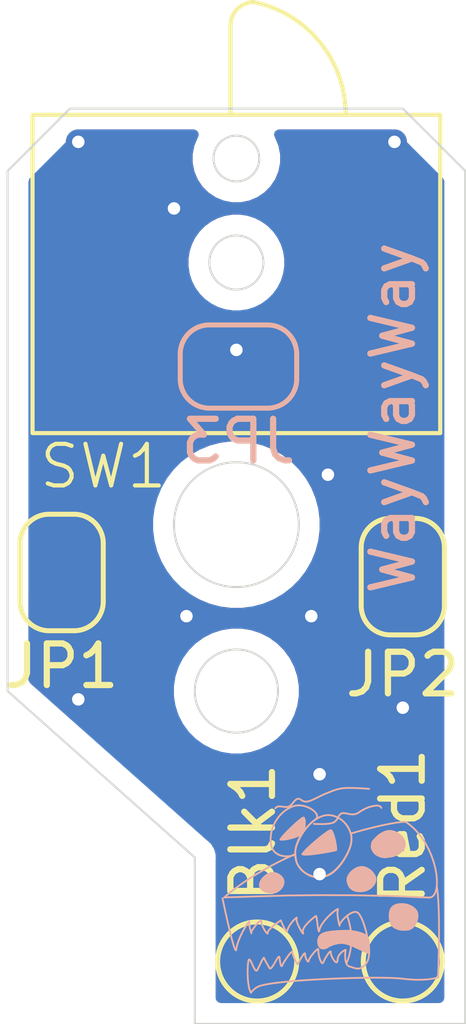
<source format=kicad_pcb>
(kicad_pcb (version 20241229) (generator "pcbnew") (generator_version "9.0")
  (layers (0 "F.Cu" signal) (2 "B.Cu" signal) (13 "F.Paste" user) (15 "B.Paste" user) (5 "F.SilkS" user "F.Silkscreen") (7 "B.SilkS" user "B.Silkscreen") (1 "F.Mask" user) (3 "B.Mask" user) (25 "Edge.Cuts" user))
  (net 0 "")
  (net 1 "GND")
  (net 2 "Net-(JP1-B)")
  (net 3 "Net-(JP2-B)")
  (net 4 "Net-(SW1-SW)")
  (footprint "Jumper:SolderJumper-2_P1.3mm_Open_RoundedPad1.0x1.5mm" (layer "F.Cu") (at 104 111.25 90)
    (property "Reference" "JP2" (at -2.35 0 180) (layer "F.SilkS"))
    (property "Value" "SolderJumper_2_Open" (hide yes))
    (pad "1" smd custom (at -0.65 0 90) (size 1 0.5) (layers "F.Cu" "F.Mask") (net 1 "GND") (options (clearance outline) (anchor rect)) (primitives (gr_circle (center 0 0.25) (end 0.5 0.25) (width 0) (fill yes)) (gr_circle (center 0 -0.25) (end 0.5 -0.25) (width 0) (fill yes)) (gr_poly (pts (xy 0.5 0.75) (xy 0 0.75) (xy 0 -0.75) (xy 0.5 -0.75)) (width 0) (fill yes))))
    (pad "2" smd custom (at 0.65 0 90) (size 1 0.5) (layers "F.Cu" "F.Mask") (net 3 "Net-(JP2-B)") (options (clearance outline) (anchor rect)) (primitives (gr_circle (center 0 0.25) (end 0.5 0.25) (width 0) (fill yes)) (gr_circle (center 0 -0.25) (end 0.5 -0.25) (width 0) (fill yes)) (gr_poly (pts (xy 0 0.75) (xy -0.5 0.75) (xy -0.5 -0.75) (xy 0 -0.75)) (width 0) (fill yes))))
  )
  (footprint "Jumper:SolderJumper-2_P1.3mm_Open_RoundedPad1.0x1.5mm" (layer "F.Cu") (at 95.8 111.15 90)
    (property "Reference" "JP1" (at -2.25 0 180) (layer "F.SilkS"))
    (property "Value" "SolderJumper_2_Open" (hide yes))
    (pad "1" smd custom (at -0.65 0 90) (size 1 0.5) (layers "F.Cu" "F.Mask") (net 1 "GND") (options (clearance outline) (anchor rect)) (primitives (gr_circle (center 0 0.25) (end 0.5 0.25) (width 0) (fill yes)) (gr_circle (center 0 -0.25) (end 0.5 -0.25) (width 0) (fill yes)) (gr_poly (pts (xy 0.5 0.75) (xy 0 0.75) (xy 0 -0.75) (xy 0.5 -0.75)) (width 0) (fill yes))))
    (pad "2" smd custom (at 0.65 0 90) (size 1 0.5) (layers "F.Cu" "F.Mask") (net 2 "Net-(JP1-B)") (options (clearance outline) (anchor rect)) (primitives (gr_circle (center 0 0.25) (end 0.5 0.25) (width 0) (fill yes)) (gr_circle (center 0 -0.25) (end 0.5 -0.25) (width 0) (fill yes)) (gr_poly (pts (xy 0 0.75) (xy -0.5 0.75) (xy -0.5 -0.75) (xy 0 -0.75)) (width 0) (fill yes))))
  )
  (footprint "Tims_Library:ESE31R11T" (layer "F.Cu") (at 100 101.2)
    (property "Reference" "SW1" (at -3.2 7.4 0) (layer "F.SilkS") (effects (font (thickness 0.1))))
    (property "Value" "~" (hide yes))
    (fp_circle (center 0 0) (end 0 -0.55) (stroke (width 0.05)) (fill no) (layer "Edge.Cuts"))
    (fp_circle (center 0 2.5) (end 0 1.85) (stroke (width 0.05)) (fill no) (layer "Edge.Cuts"))
    (pad "1" smd rect (at 3.65 1.2) (size 1.7 1.6) (layers "F.Cu" "F.Mask" "F.Paste") (net 3 "Net-(JP2-B)"))
    (pad "2" smd rect (at 1.95 4.75) (size 2.2 2.5) (layers "F.Cu" "F.Mask" "F.Paste") (net 1 "GND"))
    (pad "3" smd rect (at -1.95 4.75) (size 2.2 2.5) (layers "F.Cu" "F.Mask" "F.Paste") (net 4 "Net-(SW1-SW)"))
    (pad "4" smd rect (at -3.65 1.2) (size 1.7 1.6) (layers "F.Cu" "F.Mask" "F.Paste") (net 2 "Net-(JP1-B)"))
  )
  (footprint "TestPoint:TestPoint_Pad_D1.5mm" (layer "F.Cu") (at 104 120.5 -90)
    (property "Reference" "Red1" (at -3.25 0 90) (layer "F.SilkS"))
    (property "Value" "TestPoint" (hide yes))
    (pad "1" smd circle (at 0 0 270) (size 1.5 1.5) (layers "F.Cu" "F.Mask") (net 1 "GND"))
  )
  (footprint "TestPoint:TestPoint_Pad_D1.5mm" (layer "F.Cu") (at 100.5 120.5 -90)
    (property "Reference" "Blk1" (at -3.1 0.1 90) (layer "F.SilkS"))
    (property "Value" "Black" (hide yes))
    (pad "1" smd circle (at 0 0 270) (size 1.5 1.5) (layers "F.Cu" "F.Mask") (net 4 "Net-(SW1-SW)"))
  )
  (footprint "Jumper:SolderJumper-2_P1.3mm_Open_RoundedPad1.0x1.5mm" (layer "B.Cu") (at 100.05 106.2)
    (property "Reference" "JP3" (at 0 1.8 180) (layer "B.SilkS") (effects (justify mirror)))
    (property "Value" "SolderJumper_2_Open" (hide yes))
    (pad "1" smd custom (at -0.65 0) (size 1 0.5) (layers "B.Cu" "B.Mask") (net 1 "GND") (options (clearance outline) (anchor rect)) (primitives (gr_circle (center 0 -0.25) (end 0.5 -0.25) (width 0) (fill yes)) (gr_circle (center 0 0.25) (end 0.5 0.25) (width 0) (fill yes)) (gr_poly (pts (xy 0.5 -0.75) (xy 0 -0.75) (xy 0 0.75) (xy 0.5 0.75)) (width 0) (fill yes))))
    (pad "2" smd custom (at 0.65 0) (size 1 0.5) (layers "B.Cu" "B.Mask") (net 1 "GND") (options (clearance outline) (anchor rect)) (primitives (gr_circle (center 0 -0.25) (end 0.5 -0.25) (width 0) (fill yes)) (gr_circle (center 0 0.25) (end 0.5 0.25) (width 0) (fill yes)) (gr_poly (pts (xy 0 -0.75) (xy -0.5 -0.75) (xy -0.5 0.75) (xy 0 0.75)) (width 0) (fill yes))))
  )
  (gr_curve (pts (xy 104.848489 120.881302) (xy 104.848489 120.881302) (xy 104.570677 120.987136) (xy 104.001823 120.914375)) (stroke (width 0.044106)) (layer "B.SilkS"))
  (gr_curve (pts (xy 100 120.2) (xy 99.973542 120.464584) (xy 99.666146 118.981009) (xy 99.666146 118.981009)) (stroke (width 0.044106)) (layer "B.SilkS"))
  (gr_curve (pts (xy 102.66233 119.402639) (xy 102.900868 120.057451) (xy 102.643621 120.543879) (xy 102.643621 120.543879)) (stroke (width 0.044106)) (layer "B.SilkS"))
  (gr_curve (pts (xy 100.350573 121.251719) (xy 100.26511 121.124076) (xy 100.254093 120.689712) (xy 100.287735 120.494349)) (stroke (width 0.044106)) (layer "B.SilkS"))
  (gr_poly (pts (xy 100.887762 118.372312) (xy 100.899756 118.373296) (xy 100.911727 118.374844) (xy 100.923649 118.376942) (xy 100.935497 118.379572) (xy 100.947245 118.382717) (xy 100.958867 118.386363) (xy 100.970339 118.390491) (xy 100.981633 118.395085) (xy 100.992726 118.40013) (xy 101.003591 118.405608) (xy 101.014203 118.411504) (xy 101.024537 118.417799) (xy 101.034566 118.424479) (xy 101.044265 118.431527) (xy 101.053608 118.438926) (xy 101.062571 118.446659) (xy 101.071127 118.454711) (xy 101.079251 118.463064) (xy 101.086918 118.471703) (xy 101.094101 118.48061) (xy 101.100776 118.48977) (xy 101.106916 118.499166) (xy 101.112497 118.508781) (xy 101.117492 118.518599) (xy 101.121876 118.528603) (xy 101.125624 118.538778) (xy 101.128709 118.549106) (xy 101.131107 118.55957) (xy 101.13279 118.57015) (xy 101.133763 118.580819) (xy 101.134044 118.591556) (xy 101.133655 118.60234) (xy 101.132616 118.61315) (xy 101.130947 118.623964) (xy 101.128667 118.634762) (xy 101.125798 118.645522) (xy 101.12236 118.656223) (xy 101.118372 118.666844) (xy 101.113856 118.677364) (xy 101.108831 118.687761) (xy 101.103318 118.698015) (xy 101.097336 118.708104) (xy 101.090906 118.718007) (xy 101.084049 118.727702) (xy 101.076784 118.73717) (xy 101.069132 118.746388) (xy 101.061112 118.755335) (xy 101.052746 118.763991) (xy 101.044054 118.772333) (xy 101.035055 118.780341) (xy 101.02577 118.787994) (xy 101.016219 118.79527) (xy 101.006422 118.802149) (xy 100.996401 118.808608) (xy 100.986174 118.814628) (xy 100.975762 118.820186) (xy 100.965185 118.825262) (xy 100.954464 118.829834) (xy 100.943619 118.833881) (xy 100.93267 118.837383) (xy 100.9214 118.84036) (xy 100.909613 118.84285) (xy 100.89736 118.844853) (xy 100.884691 118.846368) (xy 100.871659 118.847396) (xy 100.858315 118.847937) (xy 100.830891 118.84756) (xy 100.802829 118.845239) (xy 100.774537 118.840974) (xy 100.760433 118.838114) (xy 100.746424 118.834769) (xy 100.732562 118.830939) (xy 100.718899 118.826624) (xy 100.705484 118.821825) (xy 100.692369 118.816542) (xy 100.679605 118.810775) (xy 100.667244 118.804524) (xy 100.655335 118.79779) (xy 100.643932 118.790572) (xy 100.633083 118.782871) (xy 100.622841 118.774688) (xy 100.613257 118.766021) (xy 100.604381 118.756873) (xy 100.596265 118.747242) (xy 100.58896 118.737129) (xy 100.582516 118.726534) (xy 100.576986 118.715458) (xy 100.572419 118.703901) (xy 100.568868 118.691862) (xy 100.566448 118.679481) (xy 100.565212 118.666919) (xy 100.56511 118.654209) (xy 100.566096 118.641387) (xy 100.56812 118.628485) (xy 100.571135 118.615537) (xy 100.575093 118.602579) (xy 100.579946 118.589643) (xy 100.585646 118.576764) (xy 100.592145 118.563975) (xy 100.599395 118.551311) (xy 100.607347 118.538806) (xy 100.615955 118.526493) (xy 100.625169 118.514407) (xy 100.645226 118.491051) (xy 100.667134 118.46901) (xy 100.69051 118.448554) (xy 100.714968 118.429957) (xy 100.740126 118.41349) (xy 100.765599 118.399425) (xy 100.778333 118.393379) (xy 100.791002 118.388034) (xy 100.803558 118.383427) (xy 100.815952 118.379589) (xy 100.828138 118.376557) (xy 100.840066 118.374362) (xy 100.851897 118.372919) (xy 100.863807 118.372108) (xy 100.875771 118.371911)) (stroke (width 0.044106)) (fill yes) (layer "B.SilkS"))
  (gr_curve (pts (xy 101.475052 120.563802) (xy 101.488517 120.537415) (xy 101.650503 120.228186) (xy 101.650339 120.319063)) (stroke (width 0.044106)) (layer "B.SilkS"))
  (gr_curve (pts (xy 102.15306 116.462748) (xy 102.297287 116.409865) (xy 102.372638 116.362344) (xy 102.546628 116.337071)) (stroke (width 0.044106)) (layer "B.SilkS"))
  (gr_curve (pts (xy 100.601927 119.538542) (xy 100.61463 119.419974) (xy 100.337344 119.770052) (xy 100.357188 119.816354)) (stroke (width 0.044106)) (layer "B.SilkS"))
  (gr_curve (pts (xy 102.480469 119.631146) (xy 102.493698 119.703907) (xy 102.396453 119.340729) (xy 102.440781 119.254115)) (stroke (width 0.044106)) (layer "B.SilkS"))
  (gr_curve (pts (xy 100.310886 119.551771) (xy 100.319196 119.483215) (xy 100.026459 119.935417) (xy 100 120.2)) (stroke (width 0.044106)) (layer "B.SilkS"))
  (gr_curve (pts (xy 100.519245 121.106198) (xy 100.395386 121.169767) (xy 100.350573 121.251719) (xy 100.350573 121.251719)) (stroke (width 0.044106)) (layer "B.SilkS"))
  (gr_curve (pts (xy 102.546628 116.337071) (xy 102.720618 116.3118) (xy 103.188243 116.3503) (xy 103.188243 116.3503)) (stroke (width 0.044106)) (layer "B.SilkS"))
  (gr_poly (pts (xy 103.024979 118.228589) (xy 103.039348 118.229795) (xy 103.053736 118.231847) (xy 103.068112 118.234712) (xy 103.082445 118.238357) (xy 103.096706 118.242749) (xy 103.110864 118.247856) (xy 103.124888 118.253645) (xy 103.138748 118.260083) (xy 103.152413 118.267139) (xy 103.165853 118.274778) (xy 103.179037 118.28297) (xy 103.191935 118.29168) (xy 103.204516 118.300877) (xy 103.21675 118.310528) (xy 103.240054 118.33106) (xy 103.261603 118.353016) (xy 103.271643 118.364447) (xy 103.281153 118.376135) (xy 103.290102 118.388049) (xy 103.29846 118.400156) (xy 103.306196 118.412423) (xy 103.31328 118.424818) (xy 103.319681 118.437308) (xy 103.325369 118.44986) (xy 103.330313 118.462442) (xy 103.334483 118.47502) (xy 103.337848 118.487564) (xy 103.340378 118.500039) (xy 103.341979 118.51256) (xy 103.342594 118.525239) (xy 103.342244 118.538043) (xy 103.34095 118.550938) (xy 103.338735 118.563889) (xy 103.335619 118.576862) (xy 103.331625 118.589825) (xy 103.326775 118.602742) (xy 103.321089 118.61558) (xy 103.31459 118.628304) (xy 103.3073 118.640882) (xy 103.299239 118.653279) (xy 103.290429 118.665461) (xy 103.280893 118.677393) (xy 103.270652 118.689043) (xy 103.259727 118.700377) (xy 103.248141 118.711359) (xy 103.235914 118.721957) (xy 103.223069 118.732136) (xy 103.209626 118.741862) (xy 103.195609 118.751102) (xy 103.181038 118.759822) (xy 103.165936 118.767987) (xy 103.150323 118.775564) (xy 103.134221 118.782518) (xy 103.117652 118.788817) (xy 103.100639 118.794425) (xy 103.083201 118.799309) (xy 103.065362 118.803435) (xy 103.047142 118.806769) (xy 103.028564 118.809276) (xy 103.009649 118.810924) (xy 102.99086 118.811839) (xy 102.972642 118.812174) (xy 102.954993 118.811931) (xy 102.937907 118.811117) (xy 102.921381 118.809734) (xy 102.905411 118.807786) (xy 102.889993 118.805279) (xy 102.875124 118.802217) (xy 102.860798 118.798602) (xy 102.847012 118.79444) (xy 102.833762 118.789735) (xy 102.821045 118.784491) (xy 102.808855 118.778712) (xy 102.79719 118.772401) (xy 102.786044 118.765565) (xy 102.775415 118.758206) (xy 102.765298 118.750328) (xy 102.75569 118.741937) (xy 102.746585 118.733035) (xy 102.737981 118.723628) (xy 102.729873 118.713719) (xy 102.722258 118.703312) (xy 102.715131 118.692412) (xy 102.708488 118.681023) (xy 102.702325 118.669149) (xy 102.696639 118.656794) (xy 102.691426 118.643962) (xy 102.686681 118.630658) (xy 102.6824 118.616886) (xy 102.67858 118.602649) (xy 102.675216 118.587952) (xy 102.672305 118.5728) (xy 102.670284 118.557412) (xy 102.66956 118.542026) (xy 102.670082 118.526672) (xy 102.671798 118.51138) (xy 102.674656 118.496179) (xy 102.678606 118.4811) (xy 102.683597 118.466171) (xy 102.689576 118.451422) (xy 102.696493 118.436884) (xy 102.704296 118.422585) (xy 102.712935 118.408556) (xy 102.722357 118.394827) (xy 102.732512 118.381426) (xy 102.743348 118.368384) (xy 102.754814 118.355731) (xy 102.766859 118.343496) (xy 102.792479 118.320399) (xy 102.819798 118.299331) (xy 102.848407 118.280529) (xy 102.877894 118.264232) (xy 102.907848 118.250677) (xy 102.922873 118.245002) (xy 102.937861 118.240102) (xy 102.952761 118.236006) (xy 102.967522 118.232744) (xy 102.982092 118.230346) (xy 102.996419 118.228841) (xy 103.010659 118.22826)) (stroke (width 0.044106)) (fill yes) (layer "B.SilkS"))
  (gr_poly (pts (xy 103.403357 117.548627) (xy 103.415437 117.549326) (xy 103.427725 117.550691) (xy 103.440179 117.552689) (xy 103.452759 117.555289) (xy 103.478131 117.562171) (xy 103.503512 117.571083) (xy 103.528576 117.581776) (xy 103.552994 117.593997) (xy 103.576438 117.607495) (xy 103.598579 117.622018) (xy 103.61909 117.637316) (xy 103.637642 117.653136) (xy 103.653908 117.669226) (xy 103.667559 117.685337) (xy 103.667562 117.685337) (xy 103.67938 117.701782) (xy 103.690287 117.718959) (xy 103.700166 117.736739) (xy 103.708899 117.75499) (xy 103.716368 117.773584) (xy 103.722458 117.792392) (xy 103.727049 117.811282) (xy 103.730025 117.830125) (xy 103.73087 117.839489) (xy 103.731268 117.848793) (xy 103.731203 117.85802) (xy 103.730661 117.867154) (xy 103.729627 117.87618) (xy 103.728086 117.88508) (xy 103.726024 117.893839) (xy 103.723427 117.90244) (xy 103.720278 117.910867) (xy 103.716565 117.919105) (xy 103.712272 117.927136) (xy 103.707384 117.934945) (xy 103.701886 117.942515) (xy 103.695765 117.94983) (xy 103.689005 117.956874) (xy 103.681592 117.963631) (xy 103.673482 117.969864) (xy 103.664672 117.975362) (xy 103.655212 117.980141) (xy 103.64515 117.984219) (xy 103.634534 117.987614) (xy 103.623414 117.990345) (xy 103.611838 117.992428) (xy 103.599855 117.993882) (xy 103.587514 117.994725) (xy 103.574863 117.994975) (xy 103.548826 117.993765) (xy 103.522136 117.990395) (xy 103.49518 117.985009) (xy 103.46835 117.977749) (xy 103.442034 117.968757) (xy 103.416623 117.958178) (xy 103.392506 117.946153) (xy 103.370072 117.932826) (xy 103.349712 117.918339) (xy 103.340431 117.910705) (xy 103.331814 117.902835) (xy 103.323911 117.894746) (xy 103.316769 117.886457) (xy 103.303925 117.868904) (xy 103.292425 117.849939) (xy 103.282353 117.829802) (xy 103.273792 117.808733) (xy 103.266824 117.786973) (xy 103.261533 117.764763) (xy 103.258002 117.742342) (xy 103.256313 117.719951) (xy 103.25655 117.697831) (xy 103.257417 117.686947) (xy 103.258796 117.676221) (xy 103.260698 117.665682) (xy 103.263134 117.655362) (xy 103.266113 117.645289) (xy 103.269647 117.635494) (xy 103.273745 117.626007) (xy 103.278418 117.616858) (xy 103.283676 117.608077) (xy 103.289529 117.599694) (xy 103.295989 117.591739) (xy 103.303065 117.584242) (xy 103.310768 117.577233) (xy 103.319108 117.570743) (xy 103.328052 117.564991) (xy 103.337531 117.560155) (xy 103.347504 117.556204) (xy 103.357932 117.553107) (xy 103.368772 117.550832) (xy 103.379983 117.549348) (xy 103.391525 117.548623)) (stroke (width 0.044106)) (fill yes) (layer "B.SilkS"))
  (gr_curve (pts (xy 103.069167 120.60349) (xy 103.190277 120.494003) (xy 103.225588 120.322656) (xy 103.161771 119.981719)) (stroke (width 0.044106)) (layer "B.SilkS"))
  (gr_poly (pts (xy 103.840021 119.200248) (xy 103.852243 119.201468) (xy 103.864577 119.203535) (xy 103.876989 119.2064) (xy 103.889444 119.210013) (xy 103.90191 119.214325) (xy 103.914351 119.219288) (xy 103.939024 119.230969) (xy 103.963193 119.244661) (xy 103.986587 119.259972) (xy 104.008932 119.276508) (xy 104.029958 119.293878) (xy 104.049393 119.311687) (xy 104.066965 119.329544) (xy 104.082402 119.347054) (xy 104.095433 119.363825) (xy 104.105786 119.379464) (xy 104.114577 119.395135) (xy 104.123018 119.412147) (xy 104.130977 119.430323) (xy 104.138322 119.449484) (xy 104.144922 119.469453) (xy 104.150645 119.490051) (xy 104.15536 119.511102) (xy 104.158935 119.532427) (xy 104.161238 119.553848) (xy 104.162138 119.575188) (xy 104.161503 119.596269) (xy 104.159202 119.616913) (xy 104.157386 119.627016) (xy 104.155104 119.636943) (xy 104.152339 119.646671) (xy 104.149076 119.656179) (xy 104.145298 119.665445) (xy 104.140988 119.674445) (xy 104.136129 119.683159) (xy 104.130707 119.691563) (xy 104.12438 119.699408) (xy 104.116875 119.706464) (xy 104.108268 119.712744) (xy 104.098637 119.718259) (xy 104.088062 119.72302) (xy 104.076619 119.727039) (xy 104.064387 119.730327) (xy 104.051445 119.732897) (xy 104.037869 119.734759) (xy 104.023739 119.735925) (xy 104.009133 119.736406) (xy 103.994127 119.736215) (xy 103.963234 119.73386) (xy 103.931683 119.728951) (xy 103.900101 119.721581) (xy 103.869111 119.711841) (xy 103.839339 119.699825) (xy 103.825105 119.692992) (xy 103.811409 119.685624) (xy 103.798331 119.677732) (xy 103.785947 119.66933) (xy 103.774336 119.660427) (xy 103.763577 119.651035) (xy 103.753746 119.641166) (xy 103.744923 119.630832) (xy 103.737185 119.620044) (xy 103.730611 119.608813) (xy 103.719326 119.584891) (xy 103.709403 119.559162) (xy 103.700947 119.53199) (xy 103.694058 119.503741) (xy 103.688839 119.474779) (xy 103.685392 119.445468) (xy 103.683821 119.416174) (xy 103.684227 119.387262) (xy 103.686712 119.359096) (xy 103.691379 119.33204) (xy 103.698331 119.30646) (xy 103.702695 119.294338) (xy 103.707669 119.282721) (xy 103.713265 119.271655) (xy 103.719496 119.261187) (xy 103.726375 119.25136) (xy 103.733914 119.242222) (xy 103.742127 119.233817) (xy 103.751026 119.226192) (xy 103.760624 119.219392) (xy 103.770934 119.213462) (xy 103.781773 119.208569) (xy 103.792928 119.204818) (xy 103.804364 119.20216) (xy 103.816047 119.200545) (xy 103.827944 119.199924)) (stroke (width 0.044106)) (fill yes) (layer "B.SilkS"))
  (gr_curve (pts (xy 102.529245 116.94112) (xy 102.624116 116.899003) (xy 102.779654 117.031705) (xy 102.947033 116.915132)) (stroke (width 0.044106)) (layer "B.SilkS"))
  (gr_curve (pts (xy 101.223698 119.756823) (xy 101.202809 119.852912) (xy 101.068255 119.512084) (xy 101.068255 119.512084)) (stroke (width 0.044106)) (layer "B.SilkS"))
  (gr_poly (pts (xy 102.710419 119.741618) (xy 102.755795 119.746182) (xy 102.818255 119.754763) (xy 102.853794 119.760808) (xy 102.891086 119.768156) (xy 102.929293 119.776907) (xy 102.967576 119.78716) (xy 103.005095 119.799014) (xy 103.04101 119.812569) (xy 103.074484 119.827926) (xy 103.104677 119.845182) (xy 103.118281 119.854554) (xy 103.130749 119.864439) (xy 103.141978 119.874848) (xy 103.151862 119.885794) (xy 103.160588 119.89752) (xy 103.168441 119.910202) (xy 103.175459 119.923758) (xy 103.181684 119.938105) (xy 103.187157 119.953161) (xy 103.191917 119.968843) (xy 103.196005 119.985069) (xy 103.199462 120.001756) (xy 103.204643 120.036181) (xy 103.207784 120.071459) (xy 103.209209 120.106927) (xy 103.20924 120.141925) (xy 103.198164 120.325664) (xy 103.197714 120.327221) (xy 103.195193 120.327593) (xy 103.184382 120.325044) (xy 103.142731 120.308597) (xy 103.080197 120.280486) (xy 103.003765 120.244874) (xy 102.837149 120.167802) (xy 102.760934 120.13467) (xy 102.727657 120.121275) (xy 102.698763 120.11069) (xy 102.673058 120.102297) (xy 102.648648 120.095116) (xy 102.625358 120.089122) (xy 102.603013 120.084288) (xy 102.581438 120.080588) (xy 102.560458 120.077997) (xy 102.539897 120.076489) (xy 102.519582 120.076038) (xy 102.499337 120.076619) (xy 102.478986 120.078204) (xy 102.458356 120.080769) (xy 102.437271 120.084288) (xy 102.415556 120.088735) (xy 102.393037 120.094083) (xy 102.369537 120.100308) (xy 102.344883 120.107383) (xy 102.332549 120.111188) (xy 102.320813 120.115104) (xy 102.309643 120.119114) (xy 102.299003 120.123204) (xy 102.279184 120.131565) (xy 102.261086 120.140068) (xy 102.244441 120.148593) (xy 102.22898 120.157023) (xy 102.200533 120.17312) (xy 102.18701 120.180549) (xy 102.173594 120.187407) (xy 102.160017 120.193576) (xy 102.14601 120.198935) (xy 102.138761 120.201275) (xy 102.131303 120.203367) (xy 102.123604 120.205198) (xy 102.115629 120.206753) (xy 102.107345 120.208016) (xy 102.098717 120.208973) (xy 102.089714 120.209609) (xy 102.0803 120.209909) (xy 102.070835 120.209661) (xy 102.061702 120.208684) (xy 102.052901 120.207006) (xy 102.044432 120.204659) (xy 102.036296 120.201671) (xy 102.028494 120.198073) (xy 102.021027 120.193895) (xy 102.013894 120.189166) (xy 102.007097 120.183917) (xy 102.000636 120.178178) (xy 101.994512 120.171977) (xy 101.988725 120.165346) (xy 101.983275 120.158314) (xy 101.978164 120.150911) (xy 101.973393 120.143167) (xy 101.96896 120.135112) (xy 101.961117 120.118188) (xy 101.954638 120.100378) (xy 101.94953 120.081922) (xy 101.945796 120.063059) (xy 101.943442 120.044028) (xy 101.942471 120.025068) (xy 101.942889 120.006419) (xy 101.944701 119.98832) (xy 101.947617 119.970747) (xy 101.951438 119.953547) (xy 101.956299 119.936762) (xy 101.962337 119.920439) (xy 101.969688 119.904621) (xy 101.978488 119.889352) (xy 101.988875 119.874677) (xy 101.994705 119.867577) (xy 102.000983 119.860641) (xy 102.007726 119.853876) (xy 102.01495 119.847287) (xy 102.022674 119.840881) (xy 102.030912 119.834661) (xy 102.039684 119.828634) (xy 102.049006 119.822806) (xy 102.058894 119.817181) (xy 102.069366 119.811766) (xy 102.08044 119.806566) (xy 102.092131 119.801587) (xy 102.104457 119.796834) (xy 102.117436 119.792312) (xy 102.145417 119.783986) (xy 102.176211 119.776654) (xy 102.210092 119.77025) (xy 102.246801 119.764645) (xy 102.285681 119.759787) (xy 102.326073 119.755621) (xy 102.408755 119.749155) (xy 102.489577 119.744821) (xy 102.563268 119.742192) (xy 102.624556 119.740842) (xy 102.688841 119.740274)) (fill yes) (layer "B.SilkS"))
  (gr_curve (pts (xy 101.865032 117.192556) (xy 101.865032 117.192556) (xy 102.232364 117.218839) (xy 102.342108 117.155138)) (stroke (width 0.044106)) (layer "B.SilkS"))
  (gr_curve (pts (xy 101.263399 116.773633) (xy 101.347923 116.736557) (xy 101.391383 116.615386) (xy 101.468451 116.591732)) (stroke (width 0.044106)) (layer "B.SilkS"))
  (gr_curve (pts (xy 101.600729 119.803125) (xy 101.647031 119.935417) (xy 101.408906 119.541849) (xy 101.448594 119.462474)) (stroke (width 0.044106)) (layer "B.SilkS"))
  (gr_curve (pts (xy 101.101328 120.595222) (xy 101.126697 120.526139) (xy 101.344626 120.195653) (xy 101.347721 120.274414)) (stroke (width 0.044106)) (layer "B.SilkS"))
  (gr_poly (pts (xy 104.001055 119.120536) (xy 104.033992 119.123338) (xy 104.06635 119.128255) (xy 104.097968 119.135231) (xy 104.128681 119.144208) (xy 104.158327 119.155129) (xy 104.172699 119.161301) (xy 104.186743 119.167937) (xy 104.200438 119.175031) (xy 104.213765 119.182575) (xy 104.226702 119.190562) (xy 104.23923 119.198986) (xy 104.251328 119.207838) (xy 104.262975 119.217112) (xy 104.274152 119.226801) (xy 104.284837 119.236898) (xy 104.295011 119.247395) (xy 104.304653 119.258285) (xy 104.313743 119.269561) (xy 104.32226 119.281216) (xy 104.329931 119.293607) (xy 104.336508 119.307035) (xy 104.342004 119.321409) (xy 104.346435 119.336635) (xy 104.349815 119.352624) (xy 104.352158 119.369282) (xy 104.353478 119.386518) (xy 104.353792 119.404241) (xy 104.353112 119.422358) (xy 104.351454 119.440779) (xy 104.348832 119.45941) (xy 104.345261 119.478161) (xy 104.340755 119.496939) (xy 104.335329 119.515654) (xy 104.328997 119.534212) (xy 104.321774 119.552523) (xy 104.313675 119.570495) (xy 104.304713 119.588035) (xy 104.294904 119.605053) (xy 104.284262 119.621456) (xy 104.272802 119.637153) (xy 104.260539 119.652051) (xy 104.247485 119.66606) (xy 104.233658 119.679087) (xy 104.21907 119.691041) (xy 104.203736 119.70183) (xy 104.187672 119.711362) (xy 104.170891 119.719545) (xy 104.153408 119.726288) (xy 104.135238 119.731499) (xy 104.116394 119.735086) (xy 104.096893 119.736958) (xy 104.058324 119.738297) (xy 104.021888 119.738296) (xy 103.987541 119.736826) (xy 103.971137 119.735499) (xy 103.955238 119.733757) (xy 103.939839 119.731583) (xy 103.924935 119.728961) (xy 103.910519 119.725875) (xy 103.896586 119.722308) (xy 103.883131 119.718245) (xy 103.870147 119.71367) (xy 103.85763 119.708566) (xy 103.845574 119.702917) (xy 103.833973 119.696708) (xy 103.822822 119.689921) (xy 103.812114 119.682542) (xy 103.801845 119.674553) (xy 103.792009 119.665938) (xy 103.782601 119.656682) (xy 103.773613 119.646769) (xy 103.765042 119.636181) (xy 103.756882 119.624904) (xy 103.749126 119.612921) (xy 103.74177 119.600216) (xy 103.734808 119.586772) (xy 103.728233 119.572574) (xy 103.722042 119.557605) (xy 103.716227 119.54185) (xy 103.710784 119.525292) (xy 103.705788 119.508353) (xy 103.701327 119.491484) (xy 103.697409 119.474707) (xy 103.694047 119.458045) (xy 103.69125 119.44152) (xy 103.689027 119.425157) (xy 103.687391 119.408978) (xy 103.68635 119.393006) (xy 103.685915 119.377264) (xy 103.686096 119.361774) (xy 103.686904 119.346561) (xy 103.688349 119.331648) (xy 103.690441 119.317056) (xy 103.69319 119.302809) (xy 103.696607 119.288931) (xy 103.700702 119.275443) (xy 103.705485 119.26237) (xy 103.710966 119.249734) (xy 103.717156 119.237558) (xy 103.724065 119.225866) (xy 103.731704 119.21468) (xy 103.740082 119.204023) (xy 103.749209 119.193918) (xy 103.759097 119.184389) (xy 103.769755 119.175457) (xy 103.781194 119.167148) (xy 103.793423 119.159482) (xy 103.806454 119.152484) (xy 103.820296 119.146177) (xy 103.834959 119.140582) (xy 103.850455 119.135724) (xy 103.866793 119.131626) (xy 103.883582 119.128214) (xy 103.900409 119.125395) (xy 103.917256 119.123162) (xy 103.934101 119.121508) (xy 103.950924 119.120425) (xy 103.967704 119.119907)) (stroke (width 0.044106)) (fill yes) (layer "B.SilkS"))
  (gr_curve (pts (xy 102.62599 120.219844) (xy 102.62599 120.219844) (xy 102.566459 120.573724) (xy 102.718594 120.620026)) (stroke (width 0.044106)) (layer "B.SilkS"))
  (gr_poly (pts (xy 104.066431 117.145932) (xy 104.081211 117.150664) (xy 104.151658 117.202101) (xy 104.218472 117.257737) (xy 104.281672 117.317185) (xy 104.341275 117.380058) (xy 104.397299 117.445971) (xy 104.449763 117.514538) (xy 104.498685 117.585371) (xy 104.544083 117.658085) (xy 104.624379 117.80761) (xy 104.690797 117.960023) (xy 104.743482 118.112232) (xy 104.782579 118.261148) (xy 104.808232 118.403679) (xy 104.820589 118.536737) (xy 104.819793 118.65723) (xy 104.814508 118.711799) (xy 104.805989 118.762067) (xy 104.794255 118.80765) (xy 104.779324 118.84816) (xy 104.761213 118.88321) (xy 104.739941 118.912416) (xy 104.715527 118.93539) (xy 104.687987 118.951746) (xy 104.657341 118.961098) (xy 104.623607 118.96306) (xy 103.70911 118.925796) (xy 102.822104 118.908012) (xy 101.991696 118.905236) (xy 101.246997 118.912995) (xy 99.707464 118.959919) (xy 99.800307 118.881219) (xy 99.8958 118.804378) (xy 99.993763 118.729387) (xy 100.094016 118.65624) (xy 100.196381 118.584928) (xy 100.300678 118.515443) (xy 100.406727 118.447778) (xy 100.514349 118.381926) (xy 100.733595 118.255625) (xy 100.95698 118.136478) (xy 101.183068 118.024424) (xy 101.410425 117.919401) (xy 101.411037 117.919152) (xy 101.411623 117.918965) (xy 101.412183 117.918837) (xy 101.412717 117.918767) (xy 101.413227 117.918755) (xy 101.413713 117.918799) (xy 101.414175 117.918898) (xy 101.414613 117.919051) (xy 101.415029 117.919256) (xy 101.415423 117.919513) (xy 101.415794 117.91982) (xy 101.416145 117.920176) (xy 101.416475 117.920581) (xy 101.416784 117.921032) (xy 101.417074 117.921529) (xy 101.417344 117.92207) (xy 101.417596 117.922655) (xy 101.41783 117.923282) (xy 101.418046 117.92395) (xy 101.418244 117.924658) (xy 101.418426 117.925404) (xy 101.418592 117.926188) (xy 101.418741 117.927009) (xy 101.418876 117.927865) (xy 101.418996 117.928755) (xy 101.419102 117.929678) (xy 101.419273 117.931618) (xy 101.419393 117.933675) (xy 101.419466 117.935842) (xy 101.419471 117.935842) (xy 101.420415 117.950297) (xy 101.422558 117.971362) (xy 101.425575 117.996642) (xy 101.429142 118.02374) (xy 101.432933 118.050261) (xy 101.436623 118.073808) (xy 101.439888 118.091986) (xy 101.441259 118.098313) (xy 101.442403 118.1024) (xy 101.449941 118.122006) (xy 101.458758 118.14188) (xy 101.468825 118.161937) (xy 101.480109 118.182095) (xy 101.49258 118.202267) (xy 101.506208 118.222371) (xy 101.520961 118.242323) (xy 101.536809 118.262037) (xy 101.553721 118.281431) (xy 101.571667 118.30042) (xy 101.590615 118.31892) (xy 101.610535 118.336847) (xy 101.631396 118.354116) (xy 101.653167 118.370644) (xy 101.675818 118.386347) (xy 101.699318 118.401141) (xy 101.723636 118.414941) (xy 101.74874 118.427663) (xy 101.774602 118.439224) (xy 101.801189 118.449539) (xy 101.828471 118.458524) (xy 101.856418 118.466095) (xy 101.884997 118.472168) (xy 101.91418 118.476659) (xy 101.943934 118.479484) (xy 101.97423 118.480559) (xy 102.005036 118.479799) (xy 102.036322 118.477121) (xy 102.068057 118.472441) (xy 102.100209 118.465673) (xy 102.13275 118.456736) (xy 102.165646 118.445543) (xy 102.195934 118.433126) (xy 102.225477 118.418862) (xy 102.254263 118.402887) (xy 102.282284 118.385337) (xy 102.309529 118.366348) (xy 102.335988 118.346055) (xy 102.361651 118.324594) (xy 102.386509 118.302101) (xy 102.433765 118.254563) (xy 102.477678 118.204525) (xy 102.518166 118.153074) (xy 102.555148 118.101296) (xy 102.588546 118.050277) (xy 102.618277 118.001103) (xy 102.644262 117.954862) (xy 102.666421 117.912637) (xy 102.698938 117.844586) (xy 102.715183 117.805638) (xy 102.730273 117.761323) (xy 102.742285 117.719515) (xy 102.751522 117.680259) (xy 102.758284 117.643599) (xy 102.76287 117.609583) (xy 102.765583 117.578255) (xy 102.766722 117.549661) (xy 102.766588 117.523847) (xy 102.765482 117.500858) (xy 102.763703 117.48074) (xy 102.759333 117.449297) (xy 102.755883 117.429884) (xy 102.755254 117.424803) (xy 102.755757 117.422865) (xy 103.020239 117.347023) (xy 103.263942 117.283453) (xy 103.483141 117.231991) (xy 103.674112 117.192477) (xy 103.83313 117.164749) (xy 103.956469 117.148645) (xy 104.040404 117.144004)) (stroke (width 0.044106)) (fill no) (layer "B.SilkS"))
  (gr_curve (pts (xy 104.001823 120.914375) (xy 103.432969 120.841615) (xy 100.849657 120.936619) (xy 100.519245 121.106198)) (stroke (width 0.044106)) (layer "B.SilkS"))
  (gr_curve (pts (xy 100.357188 119.816354) (xy 100.377031 119.862657) (xy 100.297656 119.660912) (xy 100.310886 119.551771)) (stroke (width 0.044106)) (layer "B.SilkS"))
  (gr_poly (pts (xy 102.795579 118.414635) (xy 102.814571 118.417404) (xy 102.834177 118.421737) (xy 102.85408 118.42761) (xy 102.873961 118.435002) (xy 102.893502 118.443887) (xy 102.912385 118.454243) (xy 102.92148 118.459965) (xy 102.930291 118.466047) (xy 102.938779 118.472484) (xy 102.946903 118.479274) (xy 102.954625 118.486414) (xy 102.961903 118.493902) (xy 102.968698 118.501734) (xy 102.974971 118.509907) (xy 102.980682 118.518419) (xy 102.985791 118.527266) (xy 102.990258 118.536446) (xy 102.994044 118.545955) (xy 103.000569 118.565055) (xy 103.006347 118.583643) (xy 103.011267 118.601687) (xy 103.01522 118.619157) (xy 103.018096 118.636022) (xy 103.019785 118.652251) (xy 103.020178 118.667813) (xy 103.019854 118.675334) (xy 103.019164 118.682678) (xy 103.018096 118.689839) (xy 103.016635 118.696814) (xy 103.014768 118.7036) (xy 103.01248 118.710192) (xy 103.009759 118.716587) (xy 103.00659 118.72278) (xy 103.00296 118.728769) (xy 102.998855 118.734548) (xy 102.994261 118.740115) (xy 102.989165 118.745465) (xy 102.983553 118.750595) (xy 102.977411 118.7555) (xy 102.970726 118.760177) (xy 102.963483 118.764622) (xy 102.955669 118.768831) (xy 102.947271 118.772801) (xy 102.938494 118.776265) (xy 102.929567 118.778979) (xy 102.920513 118.780973) (xy 102.911355 118.782276) (xy 102.902115 118.782918) (xy 102.892816 118.782929) (xy 102.88348 118.782337) (xy 102.87413 118.781173) (xy 102.864788 118.779466) (xy 102.855477 118.777245) (xy 102.846219 118.774541) (xy 102.837037 118.771381) (xy 102.818992 118.763818) (xy 102.80152 118.75479) (xy 102.784803 118.744534) (xy 102.769021 118.733287) (xy 102.754354 118.721285) (xy 102.740982 118.708764) (xy 102.729086 118.695959) (xy 102.718846 118.683107) (xy 102.710442 118.670444) (xy 102.704055 118.658207) (xy 102.698975 118.645296) (xy 102.694426 118.630663) (xy 102.69049 118.614619) (xy 102.687247 118.597476) (xy 102.68478 118.579548) (xy 102.68317 118.561145) (xy 102.682498 118.542579) (xy 102.682846 118.524164) (xy 102.684295 118.50621) (xy 102.686927 118.48903) (xy 102.690823 118.472935) (xy 102.693271 118.465393) (xy 102.696065 118.458238) (xy 102.699216 118.451512) (xy 102.702734 118.445252) (xy 102.706629 118.439497) (xy 102.710912 118.434286) (xy 102.715592 118.429659) (xy 102.72068 118.425655) (xy 102.726186 118.422312) (xy 102.73212 118.41967) (xy 102.73854 118.4176) (xy 102.745472 118.415948) (xy 102.752875 118.41471) (xy 102.760711 118.413883) (xy 102.77752 118.413454)) (stroke (width 0.044106)) (fill yes) (layer "B.SilkS"))
  (gr_curve (pts (xy 102.268802 120.279375) (xy 102.259195 120.363012) (xy 102.422758 120.636563) (xy 102.430859 120.464584)) (stroke (width 0.044106)) (layer "B.SilkS"))
  (gr_curve (pts (xy 100.754063 119.80974) (xy 100.760677 119.902344) (xy 100.592005 119.631146) (xy 100.601927 119.538542)) (stroke (width 0.044106)) (layer "B.SilkS"))
  (gr_curve (pts (xy 102.947033 116.915132) (xy 103.114413 116.798557) (xy 103.264937 116.758811) (xy 103.367172 116.753511)) (stroke (width 0.044106)) (layer "B.SilkS"))
  (gr_curve (pts (xy 101.911615 119.40625) (xy 101.885156 119.419479) (xy 101.554427 119.670834) (xy 101.600729 119.803125)) (stroke (width 0.044106)) (layer "B.SilkS"))
  (gr_curve (pts (xy 101.03849 120.414974) (xy 101.047406 120.531888) (xy 101.07596 120.664304) (xy 101.101328 120.595222)) (stroke (width 0.044106)) (layer "B.SilkS"))
  (gr_curve (pts (xy 102.088555 120.520808) (xy 102.150499 120.37616) (xy 102.278409 120.195738) (xy 102.268802 120.279375)) (stroke (width 0.044106)) (layer "B.SilkS"))
  (gr_poly (pts (xy 100.760468 118.563449) (xy 100.780366 118.565923) (xy 100.799843 118.569668) (xy 100.818582 118.574638) (xy 100.836261 118.580788) (xy 100.852562 118.588071) (xy 100.860096 118.592124) (xy 100.867166 118.596444) (xy 100.873732 118.601024) (xy 100.879753 118.605859) (xy 100.891087 118.616059) (xy 100.902057 118.626775) (xy 100.912538 118.637948) (xy 100.922399 118.649518) (xy 100.931514 118.661426) (xy 100.939755 118.673611) (xy 100.946993 118.686016) (xy 100.950195 118.692282) (xy 100.9531 118.69858) (xy 100.955689 118.704903) (xy 100.957949 118.711244) (xy 100.959861 118.717594) (xy 100.961411 118.723947) (xy 100.962582 118.730296) (xy 100.963358 118.736632) (xy 100.963724 118.742948) (xy 100.963663 118.749237) (xy 100.96316 118.755492) (xy 100.962198 118.761705) (xy 100.960761 118.767868) (xy 100.958834 118.773974) (xy 100.9564 118.780016) (xy 100.953444 118.785987) (xy 100.949949 118.791878) (xy 100.945899 118.797682) (xy 100.941201 118.803177) (xy 100.9358 118.808153) (xy 100.92974 118.812625) (xy 100.923066 118.816607) (xy 100.915821 118.820112) (xy 100.908049 118.823155) (xy 100.899793 118.82575) (xy 100.891099 118.827911) (xy 100.872568 118.830986) (xy 100.852807 118.832494) (xy 100.832167 118.832547) (xy 100.810998 118.831257) (xy 100.789653 118.828738) (xy 100.768483 118.8251) (xy 100.747837 118.820458) (xy 100.728068 118.814923) (xy 100.709527 118.808608) (xy 100.692564 118.801625) (xy 100.677531 118.794087) (xy 100.664779 118.786107) (xy 100.653652 118.777602) (xy 100.643302 118.768455) (xy 100.633791 118.758725) (xy 100.625183 118.74847) (xy 100.61754 118.73775) (xy 100.6141 118.732233) (xy 100.610926 118.726622) (xy 100.608024 118.720924) (xy 100.605402 118.715146) (xy 100.603069 118.709295) (xy 100.601033 118.70338) (xy 100.599301 118.697406) (xy 100.597881 118.691382) (xy 100.59678 118.685315) (xy 100.596008 118.679213) (xy 100.595571 118.673081) (xy 100.595478 118.666929) (xy 100.595736 118.660763) (xy 100.596354 118.654591) (xy 100.597338 118.648419) (xy 100.598698 118.642256) (xy 100.60044 118.636108) (xy 100.602573 118.629983) (xy 100.605105 118.623888) (xy 100.608043 118.617831) (xy 100.611395 118.611819) (xy 100.61517 118.605859) (xy 100.619498 118.600143) (xy 100.624479 118.594852) (xy 100.630074 118.589981) (xy 100.636243 118.585524) (xy 100.642945 118.581476) (xy 100.65014 118.577831) (xy 100.65779 118.574583) (xy 100.665853 118.571727) (xy 100.67429 118.569257) (xy 100.683062 118.567166) (xy 100.701447 118.564104) (xy 100.720689 118.562494) (xy 100.740469 118.56229)) (stroke (width 0.044106)) (fill yes) (layer "B.SilkS"))
  (gr_curve (pts (xy 101.650339 120.319063) (xy 101.650175 120.409939) (xy 101.728253 120.559661) (xy 101.739636 120.477813)) (stroke (width 0.044106)) (layer "B.SilkS"))
  (gr_curve (pts (xy 102.440781 119.254115) (xy 102.48511 119.167501) (xy 102.038697 119.507239) (xy 101.994297 119.750209)) (stroke (width 0.044106)) (layer "B.SilkS"))
  (gr_curve (pts (xy 100.668073 120.418282) (xy 100.683183 120.473365) (xy 100.798711 120.661368) (xy 100.798711 120.661368)) (stroke (width 0.044106)) (layer "B.SilkS"))
  (gr_curve (pts (xy 103.367172 116.753511) (xy 103.469407 116.748215) (xy 103.483348 116.809024) (xy 103.483348 116.809024)) (stroke (width 0.044106)) (layer "B.SilkS"))
  (gr_curve (pts (xy 101.068255 119.512084) (xy 101.068255 119.512084) (xy 100.747448 119.717136) (xy 100.754063 119.80974)) (stroke (width 0.044106)) (layer "B.SilkS"))
  (gr_curve (pts (xy 101.739636 120.477813) (xy 101.751021 120.395964) (xy 101.98383 120.134595) (xy 101.971146 120.213229)) (stroke (width 0.044106)) (layer "B.SilkS"))
  (gr_curve (pts (xy 101.012045 116.773633) (xy 101.066673 116.758314) (xy 101.178875 116.810709) (xy 101.263399 116.773633)) (stroke (width 0.044106)) (layer "B.SilkS"))
  (gr_curve (pts (xy 102.430859 120.464584) (xy 102.438961 120.292604) (xy 102.62599 120.219844) (xy 102.62599 120.219844)) (stroke (width 0.044106)) (layer "B.SilkS"))
  (gr_poly (pts (xy 102.279064 117.329472) (xy 102.286743 117.334046) (xy 102.294431 117.341079) (xy 102.302103 117.350398) (xy 102.309734 117.361831) (xy 102.317298 117.375204) (xy 102.332125 117.407079) (xy 102.346378 117.444639) (xy 102.359856 117.486502) (xy 102.372353 117.531284) (xy 102.383665 117.5776) (xy 102.393589 117.624067) (xy 102.401922 117.669302) (xy 102.408458 117.711921) (xy 102.412994 117.75054) (xy 102.415326 117.783775) (xy 102.41525 117.810244) (xy 102.412563 117.828562) (xy 102.410176 117.834232) (xy 102.40706 117.837345) (xy 102.359677 117.850025) (xy 102.258062 117.870906) (xy 102.121151 117.895579) (xy 101.967878 117.919636) (xy 101.817176 117.938669) (xy 101.748706 117.944923) (xy 101.687979 117.948268) (xy 101.637362 117.948153) (xy 101.599222 117.944027) (xy 101.585571 117.940287) (xy 101.575926 117.935338) (xy 101.570583 117.92911) (xy 101.569839 117.921536) (xy 101.573173 117.912052) (xy 101.579733 117.900259) (xy 101.601717 117.870432) (xy 101.634173 117.833436) (xy 101.675478 117.790649) (xy 101.724012 117.74345) (xy 101.778154 117.693218) (xy 101.896778 117.589174) (xy 102.018384 117.48955) (xy 102.076253 117.444844) (xy 102.130004 117.405379) (xy 102.178018 117.372537) (xy 102.218673 117.347695) (xy 102.250347 117.332233) (xy 102.262311 117.328451) (xy 102.271422 117.32753)) (stroke (width 0.011033)) (fill yes) (layer "B.SilkS"))
  (gr_curve (pts (xy 100.935977 116.819935) (xy 100.935977 116.806706) (xy 100.957416 116.788952) (xy 101.012045 116.773633)) (stroke (width 0.044106)) (layer "B.SilkS"))
  (gr_curve (pts (xy 100.798711 120.661368) (xy 100.854829 120.736271) (xy 101.026724 120.260672) (xy 101.03849 120.414974)) (stroke (width 0.044106)) (layer "B.SilkS"))
  (gr_poly (pts (xy 103.704633 117.362926) (xy 103.721455 117.364621) (xy 103.738264 117.367207) (xy 103.755023 117.37065) (xy 103.771693 117.374921) (xy 103.788236 117.379987) (xy 103.804613 117.385817) (xy 103.820786 117.392379) (xy 103.836717 117.399643) (xy 103.852367 117.407577) (xy 103.867697 117.416149) (xy 103.88267 117.425327) (xy 103.897246 117.435082) (xy 103.911389 117.44538) (xy 103.925058 117.456191) (xy 103.938217 117.467482) (xy 103.950825 117.479224) (xy 103.962846 117.491384) (xy 103.97424 117.50393) (xy 103.98497 117.516832) (xy 103.994996 117.530058) (xy 104.004281 117.543577) (xy 104.012785 117.557356) (xy 104.020472 117.571365) (xy 104.027302 117.585572) (xy 104.033236 117.599946) (xy 104.038237 117.614455) (xy 104.042266 117.629068) (xy 104.045285 117.643754) (xy 104.047255 117.65848) (xy 104.048138 117.673216) (xy 104.047925 117.687846) (xy 104.046657 117.702265) (xy 104.044374 117.716462) (xy 104.041115 117.730425) (xy 104.036917 117.744142) (xy 104.031821 117.757601) (xy 104.025864 117.770789) (xy 104.019086 117.783695) (xy 104.011525 117.796307) (xy 104.00322 117.808613) (xy 103.99421 117.820601) (xy 103.984534 117.832258) (xy 103.963337 117.854532) (xy 103.93994 117.875341) (xy 103.914654 117.894588) (xy 103.887788 117.912176) (xy 103.859652 117.92801) (xy 103.830558 117.941992) (xy 103.800814 117.954027) (xy 103.770733 117.964019) (xy 103.740622 117.971871) (xy 103.710794 117.977487) (xy 103.679998 117.980991) (xy 103.647118 117.982531) (xy 103.612665 117.982051) (xy 103.577151 117.979493) (xy 103.541087 117.9748) (xy 103.504985 117.967915) (xy 103.469356 117.958779) (xy 103.451878 117.953349) (xy 103.434711 117.947335) (xy 103.417918 117.94073) (xy 103.401563 117.933526) (xy 103.38571 117.925717) (xy 103.370423 117.917295) (xy 103.355766 117.908253) (xy 103.341802 117.898584) (xy 103.328596 117.888281) (xy 103.316212 117.877336) (xy 103.304713 117.865742) (xy 103.294164 117.853493) (xy 103.284628 117.84058) (xy 103.27617 117.826998) (xy 103.268853 117.812737) (xy 103.262741 117.797793) (xy 103.257898 117.782156) (xy 103.254388 117.765821) (xy 103.25243 117.749023) (xy 103.252153 117.732034) (xy 103.253484 117.714901) (xy 103.256352 117.697669) (xy 103.260687 117.680385) (xy 103.266417 117.663095) (xy 103.273469 117.645845) (xy 103.281774 117.62868) (xy 103.291259 117.611648) (xy 103.301854 117.594794) (xy 103.313486 117.578164) (xy 103.326085 117.561804) (xy 103.353897 117.530079) (xy 103.384718 117.499988) (xy 103.417978 117.4719) (xy 103.453105 117.446184) (xy 103.489528 117.423208) (xy 103.526677 117.40334) (xy 103.56398 117.38695) (xy 103.582511 117.380174) (xy 103.600867 117.374406) (xy 103.618976 117.369691) (xy 103.636766 117.366077) (xy 103.654167 117.363608) (xy 103.671107 117.362331) (xy 103.687838 117.362152)) (stroke (width 0.044106)) (fill yes) (layer "B.SilkS"))
  (gr_curve (pts (xy 103.161771 119.981719) (xy 103.105364 119.680372) (xy 103.009635 119.396328) (xy 102.917031 119.326875)) (stroke (width 0.044106)) (layer "B.SilkS"))
  (gr_curve (pts (xy 104.81707 118.703451) (xy 104.916289 119.239232) (xy 104.848489 120.881302) (xy 104.848489 120.881302)) (stroke (width 0.044106)) (layer "B.SilkS"))
  (gr_curve (pts (xy 101.994297 119.750209) (xy 101.967664 119.895949) (xy 101.938073 119.393021) (xy 101.911615 119.40625)) (stroke (width 0.044106)) (layer "B.SilkS"))
  (gr_curve (pts (xy 102.718594 120.620026) (xy 102.870729 120.666328) (xy 102.948056 120.712979) (xy 103.069167 120.60349)) (stroke (width 0.044106)) (layer "B.SilkS"))
  (gr_curve (pts (xy 102.342108 117.155138) (xy 102.451849 117.091435) (xy 102.434373 116.983239) (xy 102.529245 116.94112)) (stroke (width 0.044106)) (layer "B.SilkS"))
  (gr_curve (pts (xy 101.971146 120.213229) (xy 101.954609 120.315755) (xy 102.045327 120.621751) (xy 102.088555 120.520808)) (stroke (width 0.044106)) (layer "B.SilkS"))
  (gr_curve (pts (xy 101.683425 116.657878) (xy 101.805533 116.652054) (xy 102.008833 116.51563) (xy 102.15306 116.462748)) (stroke (width 0.044106)) (layer "B.SilkS"))
  (gr_poly (pts (xy 102.229327 116.981416) (xy 102.229326 116.981416) (xy 102.261552 116.984391) (xy 102.293359 116.989442) (xy 102.324682 116.996495) (xy 102.355459 117.005474) (xy 102.385628 117.016305) (xy 102.415124 117.028912) (xy 102.443884 117.043221) (xy 102.471846 117.059156) (xy 102.498946 117.076642) (xy 102.525121 117.095605) (xy 102.550309 117.115969) (xy 102.574444 117.137659) (xy 102.597466 117.160601) (xy 102.61931 117.184718) (xy 102.639913 117.209937) (xy 102.659212 117.236182) (xy 102.677145 117.263379) (xy 102.693647 117.291451) (xy 102.708656 117.320325) (xy 102.722108 117.349924) (xy 102.733941 117.380175) (xy 102.744091 117.411002) (xy 102.752495 117.442329) (xy 102.75909 117.474083) (xy 102.763813 117.506188) (xy 102.7666 117.538569) (xy 102.767389 117.57115) (xy 102.766116 117.603858) (xy 102.762718 117.636616) (xy 102.757132 117.66935) (xy 102.749295 117.701985) (xy 102.739144 117.734446) (xy 102.714149 117.800297) (xy 102.684622 117.867832) (xy 102.650769 117.93612) (xy 102.612797 118.00423) (xy 102.570915 118.071231) (xy 102.525328 118.136192) (xy 102.476244 118.198183) (xy 102.423869 118.256271) (xy 102.396513 118.28356) (xy 102.368412 118.309526) (xy 102.339592 118.33405) (xy 102.310078 118.357016) (xy 102.279898 118.378309) (xy 102.249076 118.397812) (xy 102.217638 118.415407) (xy 102.185611 118.43098) (xy 102.153021 118.444414) (xy 102.119892 118.455592) (xy 102.086252 118.464398) (xy 102.052125 118.470715) (xy 102.017538 118.474427) (xy 101.982517 118.475418) (xy 101.947088 118.473572) (xy 101.911276 118.468771) (xy 101.87591 118.461775) (xy 101.841805 118.453447) (xy 101.808965 118.443821) (xy 101.777396 118.432933) (xy 101.747102 118.420821) (xy 101.718089 118.40752) (xy 101.690361 118.393066) (xy 101.663924 118.377494) (xy 101.638782 118.360842) (xy 101.61494 118.343146) (xy 101.592404 118.32444) (xy 101.571179 118.304762) (xy 101.551269 118.284148) (xy 101.532679 118.262633) (xy 101.515414 118.240254) (xy 101.49948 118.217046) (xy 101.484881 118.193046) (xy 101.471623 118.16829) (xy 101.459709 118.142814) (xy 101.449146 118.116654) (xy 101.439939 118.089846) (xy 101.432091 118.062426) (xy 101.425609 118.034431) (xy 101.420496 118.005895) (xy 101.416759 117.976856) (xy 101.414402 117.94735) (xy 101.413431 117.917411) (xy 101.413849 117.887078) (xy 101.415662 117.856385) (xy 101.418876 117.825369) (xy 101.423494 117.794065) (xy 101.429523 117.762511) (xy 101.437157 117.730492) (xy 101.446546 117.697848) (xy 101.470335 117.631128) (xy 101.500382 117.563244) (xy 101.536179 117.49509) (xy 101.577218 117.42756) (xy 101.622991 117.361546) (xy 101.67299 117.297943) (xy 101.726707 117.237644) (xy 101.783634 117.181542) (xy 101.843263 117.130531) (xy 101.873932 117.107214) (xy 101.905086 117.085505) (xy 101.936661 117.065515) (xy 101.968595 117.047357) (xy 102.000822 117.031141) (xy 102.033281 117.01698) (xy 102.065907 117.004986) (xy 102.098637 116.995269) (xy 102.131408 116.987942) (xy 102.164155 116.983116) (xy 102.196816 116.980904)) (stroke (width 0.044106)) (fill no) (layer "B.SilkS"))
  (gr_poly (pts (xy 101.533701 116.748367) (xy 101.56231 116.751114) (xy 101.590743 116.755427) (xy 101.618883 116.761207) (xy 101.646613 116.768355) (xy 101.673817 116.776772) (xy 101.700377 116.786359) (xy 101.726178 116.797016) (xy 101.751101 116.808646) (xy 101.775031 116.821148) (xy 101.79785 116.834425) (xy 101.819441 116.848376) (xy 101.839689 116.862903) (xy 101.858475 116.877906) (xy 101.875683 116.893288) (xy 101.891196 116.908948) (xy 101.904898 116.924788) (xy 101.916672 116.940709) (xy 101.9264 116.956612) (xy 101.933966 116.972397) (xy 101.939254 116.987966) (xy 101.942145 117.00322) (xy 101.942524 117.018059) (xy 101.940274 117.032385) (xy 101.935278 117.046099) (xy 101.927418 117.059102) (xy 101.916579 117.071294) (xy 101.902643 117.082576) (xy 101.85019 117.122138) (xy 101.799362 117.166435) (xy 101.750441 117.21481) (xy 101.703708 117.266605) (xy 101.659445 117.321163) (xy 101.617934 117.377828) (xy 101.579457 117.435942) (xy 101.544295 117.494847) (xy 101.51273 117.553887) (xy 101.485043 117.612404) (xy 101.461518 117.669742) (xy 101.442434 117.725242) (xy 101.428074 117.778248) (xy 101.41872 117.828102) (xy 101.414654 117.874148) (xy 101.414691 117.895537) (xy 101.416156 117.915728) (xy 101.415122 117.921055) (xy 101.410994 117.926638) (xy 101.403971 117.932363) (xy 101.394248 117.938115) (xy 101.367494 117.949243) (xy 101.332309 117.959106) (xy 101.290268 117.966789) (xy 101.242948 117.971377) (xy 101.191925 117.971953) (xy 101.165517 117.970451) (xy 101.138775 117.967603) (xy 101.111895 117.963295) (xy 101.085075 117.957411) (xy 101.058511 117.949838) (xy 101.0324 117.940461) (xy 101.00694 117.929166) (xy 100.982328 117.915838) (xy 100.95876 117.900363) (xy 100.936434 117.882626) (xy 100.915546 117.862513) (xy 100.896294 117.83991) (xy 100.878874 117.814702) (xy 100.863484 117.786774) (xy 100.850321 117.756012) (xy 100.839581 117.722303) (xy 100.831463 117.68553) (xy 100.826162 117.645581) (xy 100.823362 117.604257) (xy 100.82257 117.563463) (xy 100.823716 117.523235) (xy 100.826733 117.483607) (xy 100.831551 117.444615) (xy 100.838103 117.406294) (xy 100.846319 117.36868) (xy 100.856132 117.331808) (xy 100.867471 117.295714) (xy 100.880269 117.260433) (xy 100.894458 117.226) (xy 100.909968 117.192452) (xy 100.926732 117.159822) (xy 100.944679 117.128147) (xy 100.963743 117.097461) (xy 100.983854 117.067802) (xy 101.004944 117.039203) (xy 101.026944 117.0117) (xy 101.049785 116.985329) (xy 101.0734 116.960125) (xy 101.097719 116.936123) (xy 101.122674 116.913359) (xy 101.148196 116.891868) (xy 101.174216 116.871686) (xy 101.200667 116.852848) (xy 101.22748 116.835389) (xy 101.254585 116.819345) (xy 101.281915 116.804751) (xy 101.3094 116.791643) (xy 101.336973 116.780056) (xy 101.364564 116.770025) (xy 101.392105 116.761587) (xy 101.392106 116.761586) (xy 101.419842 116.755019) (xy 101.447987 116.750512) (xy 101.476423 116.747967) (xy 101.505033 116.747285)) (stroke (width 0.044106)) (fill no) (layer "B.SilkS"))
  (gr_curve (pts (xy 100.502709 120.702709) (xy 100.567201 120.586953) (xy 100.65364 120.365669) (xy 100.668073 120.418282)) (stroke (width 0.044106)) (layer "B.SilkS"))
  (gr_curve (pts (xy 101.448594 119.462474) (xy 101.488281 119.383099) (xy 101.256771 119.604688) (xy 101.223698 119.756823)) (stroke (width 0.044106)) (layer "B.SilkS"))
  (gr_curve (pts (xy 100.287735 120.494349) (xy 100.321376 120.298986) (xy 100.435486 120.823364) (xy 100.502709 120.702709)) (stroke (width 0.044106)) (layer "B.SilkS"))
  (gr_curve (pts (xy 101.347721 120.274414) (xy 101.350817 120.353173) (xy 101.461458 120.59044) (xy 101.475052 120.563802)) (stroke (width 0.044106)) (layer "B.SilkS"))
  (gr_curve (pts (xy 101.468451 116.591732) (xy 101.545519 116.568078) (xy 101.561317 116.663701) (xy 101.683425 116.657878)) (stroke (width 0.044106)) (layer "B.SilkS"))
  (gr_curve (pts (xy 102.917031 119.326875) (xy 102.784634 119.227577) (xy 102.46724 119.558386) (xy 102.480469 119.631146)) (stroke (width 0.044106)) (layer "B.SilkS"))
  (gr_poly (pts (xy 101.620287 117.024623) (xy 101.62613 117.027658) (xy 101.631524 117.032228) (xy 101.636471 117.038242) (xy 101.64097 117.045613) (xy 101.645021 117.054251) (xy 101.648626 117.064067) (xy 101.654493 117.086877) (xy 101.658574 117.113332) (xy 101.660869 117.14272) (xy 101.661381 117.174329) (xy 101.66011 117.207446) (xy 101.657059 117.24136) (xy 101.652229 117.275359) (xy 101.645622 117.308731) (xy 101.637239 117.340764) (xy 101.627081 117.370746) (xy 101.615151 117.397965) (xy 101.608521 117.410316) (xy 101.601449 117.421709) (xy 101.593735 117.431482) (xy 101.583814 117.441211) (xy 101.571842 117.450867) (xy 101.557977 117.460423) (xy 101.525201 117.479125) (xy 101.486746 117.497097) (xy 101.443873 117.514117) (xy 101.397842 117.529964) (xy 101.349916 117.544419) (xy 101.301355 117.55726) (xy 101.253419 117.568266) (xy 101.20737 117.577218) (xy 101.164469 117.583895) (xy 101.125977 117.588075) (xy 101.093154 117.589538) (xy 101.067262 117.588064) (xy 101.057309 117.586157) (xy 101.049561 117.583432) (xy 101.044177 117.579863) (xy 101.041313 117.575421) (xy 101.04127 117.569287) (xy 101.044127 117.560772) (xy 101.049707 117.55004) (xy 101.057836 117.537259) (xy 101.081034 117.506215) (xy 101.112319 117.468973) (xy 101.150285 117.426864) (xy 101.193528 117.38122) (xy 101.290228 117.28466) (xy 101.391185 117.189951) (xy 101.43975 117.146621) (xy 101.485166 117.107751) (xy 101.526028 117.074672) (xy 101.560934 117.048718) (xy 101.588478 117.03122) (xy 101.599051 117.026059) (xy 101.607257 117.023511) (xy 101.613996 117.023211)) (stroke (width 0.011033)) (fill yes) (layer "B.SilkS"))
  (gr_line (start 105.5 122) (end 99 122) (stroke (width 0.05)) (layer "Edge.Cuts"))
  (gr_line (start 104 100) (end 105.5 101.496607) (stroke (width 0.05)) (layer "Edge.Cuts"))
  (gr_line (start 99 118) (end 94.5 114) (stroke (width 0.05)) (layer "Edge.Cuts"))
  (gr_circle (center 100 110) (end 98.5 110) (stroke (width 0.05)) (fill no) (layer "Edge.Cuts"))
  (gr_line (start 94.5 101.500369) (end 94.5 114) (stroke (width 0.05)) (layer "Edge.Cuts"))
  (gr_circle (center 100 114) (end 100 115) (stroke (width 0.05)) (fill no) (layer "Edge.Cuts"))
  (gr_line (start 96 100) (end 104 100) (stroke (width 0.05)) (layer "Edge.Cuts"))
  (gr_line (start 99 122) (end 99 118) (stroke (width 0.05)) (layer "Edge.Cuts"))
  (gr_line (start 105.5 101.496607) (end 105.5 122) (stroke (width 0.05)) (layer "Edge.Cuts"))
  (gr_line (start 96 100) (end 94.5 101.500369) (stroke (width 0.05)) (layer "Edge.Cuts"))
  (gr_text "WayWayWay" (at 104.35 111.748304 90) (layer "B.SilkS") (effects (font (size 1 1)) (justify left bottom)))
  (segment (start 102.101 106.101) (end 101.95 105.95) (width 0.2) (layer "F.Cu") (net 1))
  (via (at 96.2 100.8) (size 0.6) (drill 0.3) (layers "F.Cu" "B.Cu") (net 1))
  (via (at 98.5 102.4) (size 0.6) (drill 0.3) (layers "F.Cu" "B.Cu") (net 1))
  (via (at 96.2 114.2) (size 0.6) (drill 0.3) (layers "F.Cu" "B.Cu") (net 1))
  (via (at 102 118.4) (size 0.6) (drill 0.3) (layers "F.Cu" "B.Cu") (net 1))
  (via (at 100 105.8) (size 0.6) (drill 0.3) (layers "F.Cu" "B.Cu") (net 1))
  (via (at 98.8 112.2) (size 0.6) (drill 0.3) (layers "F.Cu" "B.Cu") (net 1))
  (via (at 103.8 100.8) (size 0.6) (drill 0.3) (layers "F.Cu" "B.Cu") (net 1))
  (via (at 102.2 108.8) (size 0.6) (drill 0.3) (layers "F.Cu" "B.Cu") (net 1))
  (via (at 102 116) (size 0.6) (drill 0.3) (layers "F.Cu" "B.Cu") (net 1))
  (via (at 101.8 112.2) (size 0.6) (drill 0.3) (layers "F.Cu" "B.Cu") (net 1))
  (via (at 104 114.4) (size 0.6) (drill 0.3) (layers "F.Cu" "B.Cu") (net 1))
  (segment (start 95.8 110.5) (end 95.8 104.2) (width 0.4) (layer "F.Cu") (net 2))
  (segment (start 95.8 104.2) (end 96.35 103.65) (width 0.4) (layer "F.Cu") (net 2))
  (segment (start 96.35 103.65) (end 96.35 102.4) (width 0.4) (layer "F.Cu") (net 2))
  (segment (start 104 102.75) (end 103.65 102.4) (width 0.2) (layer "F.Cu") (net 3))
  (segment (start 104 110.6) (end 104 102.75) (width 0.4) (layer "F.Cu") (net 3))
  (segment (start 97.899 106.101) (end 98.05 105.95) (width 0.2) (layer "F.Cu") (net 4))
  (segment (start 100.5 120.5) (end 100.5 117.5) (width 1) (layer "F.Cu") (net 4))
  (segment (start 97.499 114.499) (end 97.499 106.501) (width 1) (layer "F.Cu") (net 4))
  (segment (start 97.499 106.501) (end 98.05 105.95) (width 1) (layer "F.Cu") (net 4))
  (segment (start 100.5 117.5) (end 97.499 114.499) (width 1) (layer "F.Cu") (net 4))
  (zone (net 1) (net_name "GND") (layer "F.Cu") (connect_pads (clearance 0.5)) (min_thickness 0.25) (fill yes (thermal_gap 0.5) (thermal_bridge_width 0.5) (island_removal_mode 1) (island_area_min 10))
    (polygon (pts (xy 95 100) (xy 94.5 100.5) (xy 94.5 114) (xy 99 118) (xy 99 122) (xy 105.5 122) (xy 105.5 100.5) (xy 105 100)))
  )
  (zone (net 0) (net_name "") (layer "F.Cu") (name "Keepout") (connect_pads (clearance 0)) (min_thickness 0.25)
    (keepout (tracks not_allowed) (vias not_allowed) (pads not_allowed) (copperpour not_allowed) (footprints allowed))
    (fill (thermal_gap 0.5) (thermal_bridge_width 0.5) (island_removal_mode 1) (island_area_min 10))
    (polygon (pts (xy 105.2 103.4) (xy 104.8 103.4) (xy 104.6 103.590168) (xy 104.6 109.6) (xy 104.8 109.8) (xy 105 109.8) (xy 105.2 109.6)))
  )
  (zone (net 1) (net_name "GND") (layer "B.Cu") (priority 1) (connect_pads (clearance 0.5)) (min_thickness 0.25) (fill yes (thermal_gap 0.5) (thermal_bridge_width 0.5) (island_removal_mode 1) (island_area_min 10))
    (polygon (pts (xy 95 100) (xy 94.5 100.5) (xy 94.5 114) (xy 99 118) (xy 99 122) (xy 105.5 122) (xy 105.5 100.5) (xy 105 100)))
  )
)
</source>
